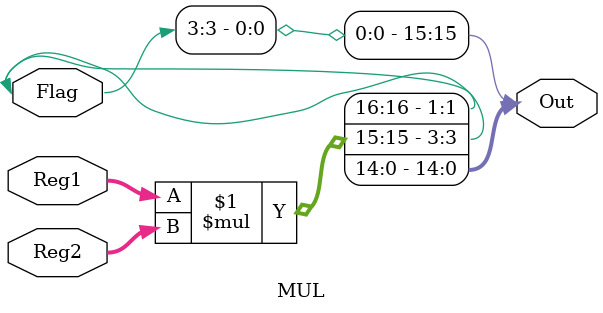
<source format=v>
module MUL (Reg1, Reg2, Out, Flag);

input [15:0] Reg1, Reg2;
input [3:0] Flag; //N,Z,C,V

output [15:0] Out;

assign {Flag[1], Out} = Reg1 * Reg2;

assign Flag[0] = (({Flag[1],Out[15]} == 2'b01)|| ({Flag[1],Out[15]} == 2'b10));

assign Flag[2] = (Out == 0);

assign Flag[3] = (Out[15] == 1'b1);

endmodule

</source>
